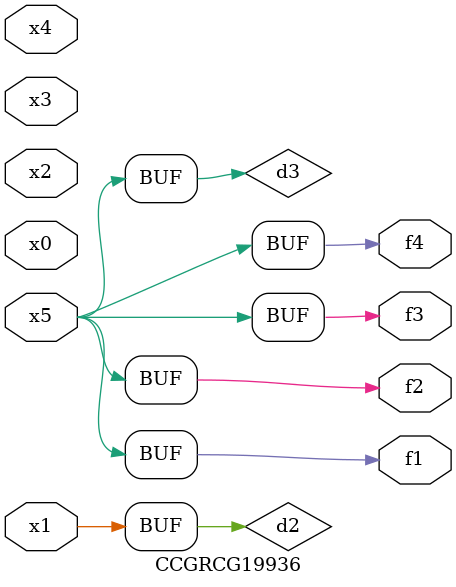
<source format=v>
module CCGRCG19936(
	input x0, x1, x2, x3, x4, x5,
	output f1, f2, f3, f4
);

	wire d1, d2, d3;

	not (d1, x5);
	or (d2, x1);
	xnor (d3, d1);
	assign f1 = d3;
	assign f2 = d3;
	assign f3 = d3;
	assign f4 = d3;
endmodule

</source>
